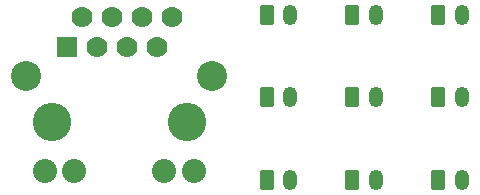
<source format=gbr>
%TF.GenerationSoftware,KiCad,Pcbnew,(6.0.6)*%
%TF.CreationDate,2022-06-26T22:04:57-07:00*%
%TF.ProjectId,KnightPCB,4b6e6967-6874-4504-9342-2e6b69636164,rev?*%
%TF.SameCoordinates,Original*%
%TF.FileFunction,Soldermask,Top*%
%TF.FilePolarity,Negative*%
%FSLAX46Y46*%
G04 Gerber Fmt 4.6, Leading zero omitted, Abs format (unit mm)*
G04 Created by KiCad (PCBNEW (6.0.6)) date 2022-06-26 22:04:57*
%MOMM*%
%LPD*%
G01*
G04 APERTURE LIST*
G04 Aperture macros list*
%AMRoundRect*
0 Rectangle with rounded corners*
0 $1 Rounding radius*
0 $2 $3 $4 $5 $6 $7 $8 $9 X,Y pos of 4 corners*
0 Add a 4 corners polygon primitive as box body*
4,1,4,$2,$3,$4,$5,$6,$7,$8,$9,$2,$3,0*
0 Add four circle primitives for the rounded corners*
1,1,$1+$1,$2,$3*
1,1,$1+$1,$4,$5*
1,1,$1+$1,$6,$7*
1,1,$1+$1,$8,$9*
0 Add four rect primitives between the rounded corners*
20,1,$1+$1,$2,$3,$4,$5,0*
20,1,$1+$1,$4,$5,$6,$7,0*
20,1,$1+$1,$6,$7,$8,$9,0*
20,1,$1+$1,$8,$9,$2,$3,0*%
G04 Aperture macros list end*
%ADD10O,1.200000X1.750000*%
%ADD11RoundRect,0.250000X-0.350000X-0.625000X0.350000X-0.625000X0.350000X0.625000X-0.350000X0.625000X0*%
%ADD12C,3.251200*%
%ADD13R,1.778000X1.778000*%
%ADD14C,1.778000*%
%ADD15C,2.032000*%
%ADD16C,2.540000*%
G04 APERTURE END LIST*
D10*
%TO.C,J4*%
X78400000Y-44150000D03*
D11*
X76400000Y-44150000D03*
%TD*%
%TO.C,J2*%
X83650000Y-37150000D03*
D10*
X85650000Y-37150000D03*
%TD*%
D12*
%TO.C,R1*%
X69640000Y-46240000D03*
X58210000Y-46240000D03*
D13*
X59480000Y-39890000D03*
D14*
X60750000Y-37350000D03*
X62020000Y-39890000D03*
X63290000Y-37350000D03*
X64560000Y-39890000D03*
X65830000Y-37350000D03*
X67100000Y-39890000D03*
X68370000Y-37350000D03*
D15*
X70224200Y-50354800D03*
X67709600Y-50354800D03*
X60115000Y-50354800D03*
X57600400Y-50354800D03*
D16*
X71799000Y-42353800D03*
X56051000Y-42353800D03*
%TD*%
D10*
%TO.C,J1*%
X78400000Y-37150000D03*
D11*
X76400000Y-37150000D03*
%TD*%
%TO.C,J6*%
X90900000Y-37150000D03*
D10*
X92900000Y-37150000D03*
%TD*%
D11*
%TO.C,J5D1*%
X90900000Y-44150000D03*
D10*
X92900000Y-44150000D03*
%TD*%
D11*
%TO.C,J5C1*%
X90900000Y-51150000D03*
D10*
X92900000Y-51150000D03*
%TD*%
D11*
%TO.C,J5B1*%
X83650000Y-51150000D03*
D10*
X85650000Y-51150000D03*
%TD*%
%TO.C,J5A1*%
X78400000Y-51150000D03*
D11*
X76400000Y-51150000D03*
%TD*%
%TO.C,J3*%
X83650000Y-44150000D03*
D10*
X85650000Y-44150000D03*
%TD*%
M02*

</source>
